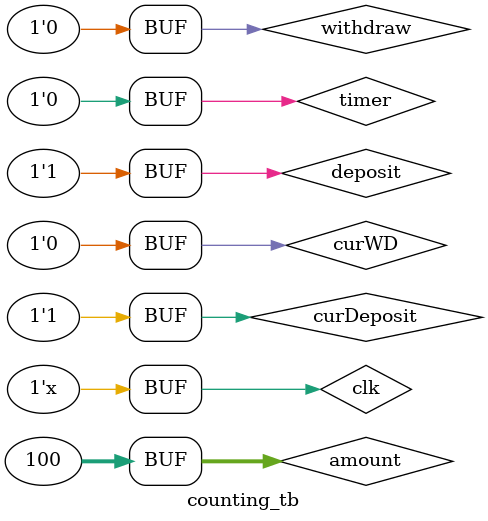
<source format=v>
`timescale 1ns / 1ps

module counting_tb;

  
    reg timer;
    reg[31:0] amount;
    wire deposit;
    wire withdraw;
    reg input_mode;
    wire [5:0] minutes;
    wire [5:0] seconds;
    reg clk;
   wire [6:0] seg;
   wire [3:0] an;
    wire clk_2Hz;
    wire deposit_2;
      wire clk_1Hz;
      wire clk_fast;
      wire clk_adjust;
      wire [31:0] balance;
      reg [31:0] number;
      
      
         // Test stimulus
       initial begin
       
     
          
   //       reset = 0;
   //       enable = 1
          amount = 100;
          input_mode = 0;
          clk = 0;
          timer = 0;
          #100;
          
          
           // Reset signals
         
   
           
   
      
       end
      
  
     assign deposit = 1;
        assign withdraw = 0;
        
       
        reg [16:0] counter;
        reg curDeposit;
        reg curWD;
        
        initial begin
            counter = 0;
            curDeposit = 1;
            curWD = 0;
            input_mode = 0;
        end
      
       always #(1) clk = ~clk;
       
       always @(posedge clk) begin
            if(counter == 16'b1111_1111_1111_1111) begin
                counter <= 0;
                input_mode <= ~input_mode;
    //          
            end
            
            else begin
               counter <= counter + 1;
            end
            
            if(input_mode == 0) begin
                number <= balance;
            end
            
            else begin
                number <= amount;
            end
       end
  
  
  
  
  
      // Instantiate the clock divider module
      clk clk_inst (
          .clk_100MHz(clk),
          .clk_2Hz(clk_2Hz),
          .clk_1Hz(clk_1Hz),
          .clk_fast(clk_fast),
          .clk_adjust(clk_adjust)
      );

    counting uut (
        .timer(clk),
          .deposit(curDeposit),
          .input_mode(input_mode),
          .amount(amount),
          .withdrawal(curWD),
          .balance(balance)
//        .enable(enable),
      
    );
    
     sevsegdisplay display (
           .number(number),
           .clk(timer),
           .seg(seg),
           .digit(an)
           
       );

    // Clock generation
 
   


 
    
 
   
//   always @ * begin
//    deposit =  
//   end
   
//   assign deposit = curDeposit;
//   assign withdraw = curWD;


endmodule

</source>
